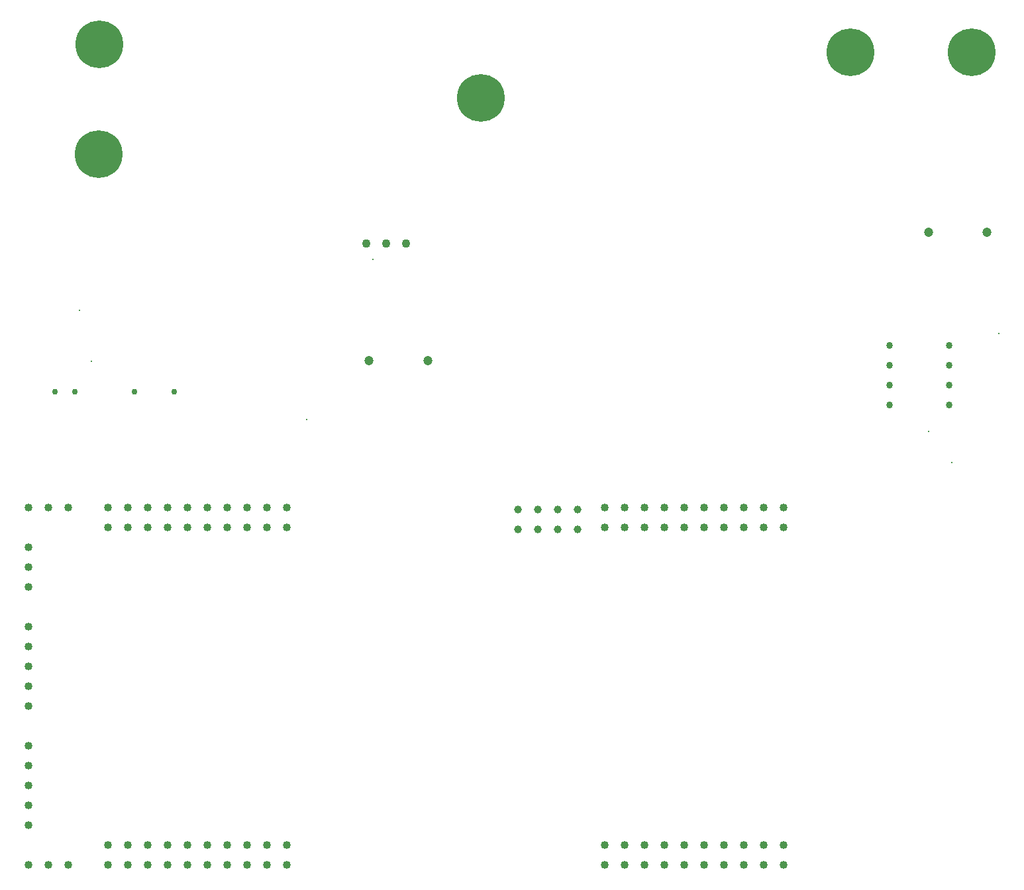
<source format=gbr>
%TF.GenerationSoftware,KiCad,Pcbnew,9.0.0*%
%TF.CreationDate,2025-03-06T09:37:00-05:00*%
%TF.ProjectId,PCB_Tutorial_Lect,5043425f-5475-4746-9f72-69616c5f4c65,rev?*%
%TF.SameCoordinates,Original*%
%TF.FileFunction,Plated,1,2,PTH,Drill*%
%TF.FilePolarity,Positive*%
%FSLAX46Y46*%
G04 Gerber Fmt 4.6, Leading zero omitted, Abs format (unit mm)*
G04 Created by KiCad (PCBNEW 9.0.0) date 2025-03-06 09:37:00*
%MOMM*%
%LPD*%
G01*
G04 APERTURE LIST*
%TA.AperFunction,ViaDrill*%
%ADD10C,0.300000*%
%TD*%
%TA.AperFunction,ComponentDrill*%
%ADD11C,0.762000*%
%TD*%
%TA.AperFunction,ComponentDrill*%
%ADD12C,0.863600*%
%TD*%
%TA.AperFunction,ComponentDrill*%
%ADD13C,1.000000*%
%TD*%
%TA.AperFunction,ComponentDrill*%
%ADD14C,1.016000*%
%TD*%
%TA.AperFunction,ComponentDrill*%
%ADD15C,1.100000*%
%TD*%
%TA.AperFunction,ComponentDrill*%
%ADD16C,1.200000*%
%TD*%
%TA.AperFunction,ComponentDrill*%
%ADD17C,6.100000*%
%TD*%
G04 APERTURE END LIST*
D10*
X53500000Y-82000000D03*
X55000000Y-88500000D03*
X82500000Y-96000000D03*
X91000000Y-75500000D03*
X162000000Y-97500000D03*
X165000000Y-101500000D03*
X171000000Y-85000000D03*
D11*
%TO.C,U4*%
X50304000Y-92446000D03*
X52844000Y-92446000D03*
X60464000Y-92446000D03*
X65544000Y-92446000D03*
D12*
%TO.C,U1*%
X157000000Y-86500000D03*
X157000000Y-89040000D03*
X157000000Y-91580000D03*
X157000000Y-94120000D03*
X164620000Y-86500000D03*
X164620000Y-89040000D03*
X164620000Y-91580000D03*
X164620000Y-94120000D03*
D13*
%TO.C,U2*%
X109500000Y-107460000D03*
X109500000Y-110000000D03*
X112040000Y-107460000D03*
X112040000Y-110000000D03*
X114580000Y-107460000D03*
X114580000Y-110000000D03*
X117120000Y-107460000D03*
X117120000Y-110000000D03*
D14*
X46944000Y-107226000D03*
X46944000Y-112306000D03*
X46944000Y-114846000D03*
X46944000Y-117386000D03*
X46944000Y-122466000D03*
X46944000Y-125006000D03*
X46944000Y-127546000D03*
X46944000Y-130086000D03*
X46944000Y-132626000D03*
X46944000Y-137706000D03*
X46944000Y-140246000D03*
X46944000Y-142786000D03*
X46944000Y-145326000D03*
X46944000Y-147866000D03*
X46944000Y-152946000D03*
X49484000Y-107226000D03*
X49484000Y-152946000D03*
X52024000Y-107226000D03*
X52024000Y-152946000D03*
X57104000Y-107226000D03*
X57104000Y-109766000D03*
X57104000Y-150406000D03*
X57104000Y-152946000D03*
X59644000Y-107226000D03*
X59644000Y-109766000D03*
X59644000Y-150406000D03*
X59644000Y-152946000D03*
X62184000Y-107226000D03*
X62184000Y-109766000D03*
X62184000Y-150406000D03*
X62184000Y-152946000D03*
X64724000Y-107226000D03*
X64724000Y-109766000D03*
X64724000Y-150406000D03*
X64724000Y-152946000D03*
X67264000Y-107226000D03*
X67264000Y-109766000D03*
X67264000Y-150406000D03*
X67264000Y-152946000D03*
X69804000Y-107226000D03*
X69804000Y-109766000D03*
X69804000Y-150406000D03*
X69804000Y-152946000D03*
X72344000Y-107226000D03*
X72344000Y-109766000D03*
X72344000Y-150406000D03*
X72344000Y-152946000D03*
X74884000Y-107226000D03*
X74884000Y-109766000D03*
X74884000Y-150406000D03*
X74884000Y-152946000D03*
X77424000Y-107226000D03*
X77424000Y-109766000D03*
X77424000Y-150406000D03*
X77424000Y-152946000D03*
X79964000Y-107226000D03*
X79964000Y-109766000D03*
X79964000Y-150406000D03*
X79964000Y-152946000D03*
X120604000Y-107226000D03*
X120604000Y-109766000D03*
X120604000Y-150406000D03*
X120604000Y-152946000D03*
X123144000Y-107226000D03*
X123144000Y-109766000D03*
X123144000Y-150406000D03*
X123144000Y-152946000D03*
X125684000Y-107226000D03*
X125684000Y-109766000D03*
X125684000Y-150406000D03*
X125684000Y-152946000D03*
X128224000Y-107226000D03*
X128224000Y-109766000D03*
X128224000Y-150406000D03*
X128224000Y-152946000D03*
X130764000Y-107226000D03*
X130764000Y-109766000D03*
X130764000Y-150406000D03*
X130764000Y-152946000D03*
X133304000Y-107226000D03*
X133304000Y-109766000D03*
X133304000Y-150406000D03*
X133304000Y-152946000D03*
X135844000Y-107226000D03*
X135844000Y-109766000D03*
X135844000Y-150406000D03*
X135844000Y-152946000D03*
X138384000Y-107226000D03*
X138384000Y-109766000D03*
X138384000Y-150406000D03*
X138384000Y-152946000D03*
X140924000Y-107226000D03*
X140924000Y-109766000D03*
X140924000Y-150406000D03*
X140924000Y-152946000D03*
X143464000Y-107226000D03*
X143464000Y-109766000D03*
X143464000Y-150406000D03*
X143464000Y-152946000D03*
D15*
%TO.C,Q1*%
X90099000Y-73471000D03*
X92639000Y-73471000D03*
X95179000Y-73471000D03*
D16*
%TO.C,C3*%
X90486220Y-88446000D03*
X97986220Y-88446000D03*
%TO.C,C5*%
X162000000Y-72000000D03*
X169500000Y-72000000D03*
D17*
%TO.C,J4*%
X55964000Y-62000000D03*
%TO.C,J1*%
X56000000Y-48000000D03*
%TO.C,J5*%
X104785000Y-54785000D03*
%TO.C,J3*%
X152000000Y-49000000D03*
%TO.C,J2*%
X167500000Y-49000000D03*
M02*

</source>
